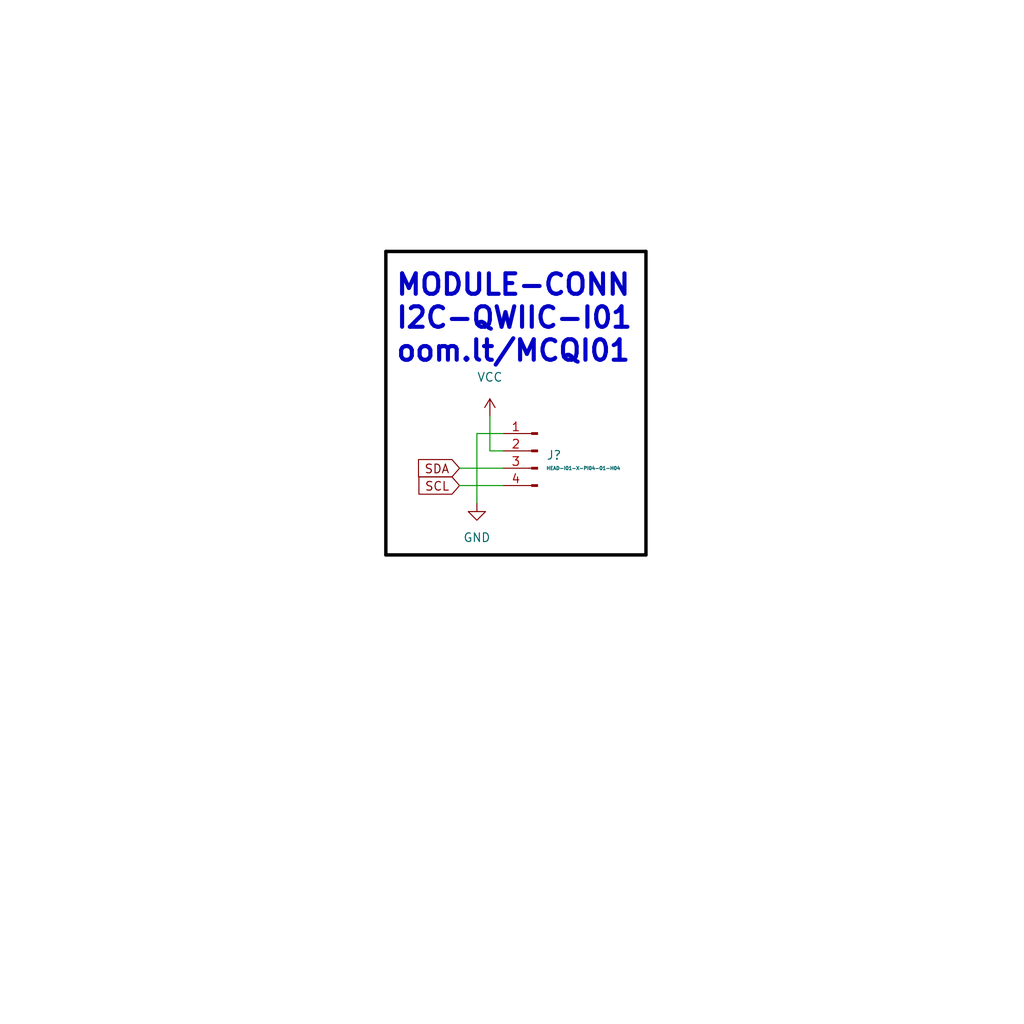
<source format=kicad_sch>
(kicad_sch (version 20211123) (generator eeschema)
  (paper "User" 150.012 150.012)
  (lib_symbols
    (symbol "oomlout_OOMP_parts:HEAD-I01-X-PI04-01-H04" (pin_names (offset 1.016) hide)
      (property "Reference" "J" (at 0 5.08 0))
      (property "Value" "HEAD-I01-X-PI04-01-H04" (at 0 -7.62 0))
      (symbol "HEAD-I01-X-PI04-01-H04_1_1"
        (polyline (pts (xy 1.27 -5.08) (xy 0.8636 -5.08)) (stroke (width 0.1524)))
        (polyline (pts (xy 1.27 -2.54) (xy 0.8636 -2.54)) (stroke (width 0.1524)))
        (polyline (pts (xy 1.27 0) (xy 0.8636 0)) (stroke (width 0.1524)))
        (polyline (pts (xy 1.27 2.54) (xy 0.8636 2.54)) (stroke (width 0.1524)))
        (rectangle (start 0.8636 -4.953) (end 0 -5.207) (stroke (width 0.1524)) (fill (type outline)))
        (rectangle (start 0.8636 -2.413) (end 0 -2.667) (stroke (width 0.1524)) (fill (type outline)))
        (rectangle (start 0.8636 0.127) (end 0 -0.127) (stroke (width 0.1524)) (fill (type outline)))
        (rectangle (start 0.8636 2.667) (end 0 2.413) (stroke (width 0.1524)) (fill (type outline)))
        (pin passive line (at 5.08 2.54 180) (length 3.81) (name "Pin_1") (number "1"))
        (pin passive line (at 5.08 0 180) (length 3.81) (name "Pin_2") (number "2"))
        (pin passive line (at 5.08 -2.54 180) (length 3.81) (name "Pin_3") (number "3"))
        (pin passive line (at 5.08 -5.08 180) (length 3.81) (name "Pin_4") (number "4"))
      )
    )
    (symbol "power:GND" (power) (pin_names (offset 0))
      (property "Value" "GND" (at 0 -3.81 0))
      (symbol "GND_0_1"
        (polyline (pts (xy 0 0) (xy 0 -1.27) (xy 1.27 -1.27) (xy 0 -2.54) (xy -1.27 -1.27) (xy 0 -1.27)))
      )
      (symbol "GND_1_1"
        (pin power_in line (at 0 0 270) (length 0) hide (name "GND") (number "1"))
      )
    )
    (symbol "power:VCC" (power) (pin_names (offset 0))
      (property "Value" "VCC" (at 0 3.81 0))
      (symbol "VCC_0_1"
        (polyline (pts (xy -0.762 1.27) (xy 0 2.54)))
        (polyline (pts (xy 0 0) (xy 0 2.54)))
        (polyline (pts (xy 0 2.54) (xy 0.762 1.27)))
      )
      (symbol "VCC_1_1"
        (pin power_in line (at 0 0 90) (length 0) hide (name "VCC") (number "1"))
      )
    )
  )
  (wire (pts (xy 73.66 66.04) (xy 71.755 66.04)))
  (polyline (pts (xy 56.515 36.83) (xy 94.615 36.83)) (stroke (width 0.5) (type solid) (color 0 0 0 1)))
  (wire (pts (xy 73.66 63.5) (xy 69.85 63.5)))
  (polyline (pts (xy 94.615 81.28) (xy 94.615 36.83)) (stroke (width 0.5) (type solid) (color 0 0 0 1)))
  (polyline (pts (xy 56.515 36.83) (xy 56.515 81.28)) (stroke (width 0.5) (type solid) (color 0 0 0 1)))
  (wire (pts (xy 71.755 66.04) (xy 71.755 60.96)))
  (polyline (pts (xy 56.515 81.28) (xy 94.615 81.28)) (stroke (width 0.5) (type solid) (color 0 0 0 1)))
  (wire (pts (xy 67.31 68.58) (xy 73.66 68.58)))
  (wire (pts (xy 67.31 71.12) (xy 73.66 71.12)))
  (wire (pts (xy 69.85 63.5) (xy 69.85 73.66)))
  (text "MODULE-CONN\nI2C-QWIIC-I01\noom.lt/MCQI01\n" (at 57.785 53.34 0) (effects (font (size 3 3) (thickness 0.6) bold) (justify left bottom)))
  (global_label "SDA" (shape input) (at 67.31 68.58 180) (property "Intersheet References" "${INTERSHEET_REFS}" (effects hide)))
  (global_label "SCL" (shape input) (at 67.31 71.12 180) (property "Intersheet References" "${INTERSHEET_REFS}" (effects hide)))
  (symbol (lib_id "oomlout_OOMP_parts:HEAD-I01-X-PI04-01-H04") (at 78.74 66.04 0) (mirror y) (unit 1)
    (property "Reference" "J?" (at 80.01 66.6749 0) (effects (justify right)))
    (property "Value" "HEAD-I01-X-PI04-01-H04" (at 80.01 68.58 0) (effects (font (size 0.5 0.5)) (justify right)))
    (property "Footprint" "oomlout_OOMP_parts:HEAD-I01-X-PI04-01-H04" (effects hide))
    (property "Datasheet" "oom.lt/H04" (effects hide))
  )
  (symbol (lib_id "power:VCC") (at 71.755 60.96 0) (unit 1)
    (property "Reference" "#PWR?" (effects hide))
    (property "Value" "VCC" (at 71.755 55.245 0))
  )
  (symbol (lib_id "power:GND") (at 69.85 73.66 0) (unit 1)
    (property "Reference" "#PWR?" (effects hide))
    (property "Value" "GND" (at 69.85 78.74 0))
  )
)
</source>
